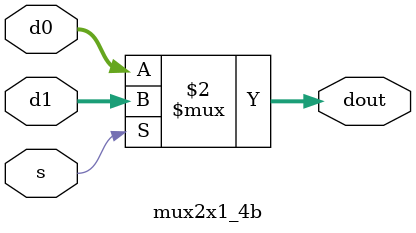
<source format=v>
`timescale 1ns / 1ps


module mux2x1_4b(
    input s,
    input [3:0] d0,
    input [3:0] d1,
    output [3:0] dout
    );   
    assign dout = (s == 1'b0) ? d0 : d1;
endmodule

</source>
